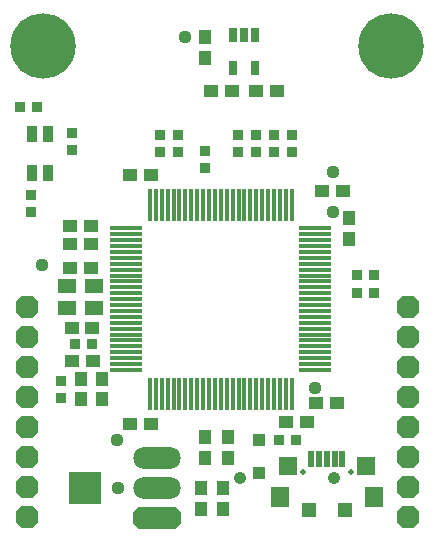
<source format=gts>
G04*
G04 #@! TF.GenerationSoftware,Altium Limited,Altium Designer,19.0.4 (130)*
G04*
G04 Layer_Color=8388736*
%FSLAX25Y25*%
%MOIN*%
G70*
G01*
G75*
%ADD35R,0.03950X0.03950*%
%ADD36R,0.03800X0.03800*%
%ADD37R,0.01800X0.10642*%
%ADD38R,0.10642X0.01800*%
%ADD39R,0.04300X0.04600*%
%ADD40R,0.04600X0.04300*%
%ADD41R,0.03800X0.03800*%
G04:AMPARAMS|DCode=42|XSize=158mil|YSize=73mil|CornerRadius=0mil|HoleSize=0mil|Usage=FLASHONLY|Rotation=180.000|XOffset=0mil|YOffset=0mil|HoleType=Round|Shape=Octagon|*
%AMOCTAGOND42*
4,1,8,-0.07900,0.01825,-0.07900,-0.01825,-0.06075,-0.03650,0.06075,-0.03650,0.07900,-0.01825,0.07900,0.01825,0.06075,0.03650,-0.06075,0.03650,-0.07900,0.01825,0.0*
%
%ADD42OCTAGOND42*%

%ADD43O,0.15800X0.07300*%
%ADD44R,0.10800X0.10800*%
%ADD45R,0.02572X0.04737*%
%ADD46R,0.05131X0.04737*%
%ADD47R,0.06115X0.06706*%
%ADD48R,0.06312X0.06312*%
%ADD49R,0.02375X0.05524*%
%ADD50R,0.03556X0.05524*%
%ADD51R,0.05918X0.04934*%
%ADD52C,0.04147*%
%ADD53C,0.21800*%
%ADD54P,0.08226X8X22.5*%
%ADD55C,0.01968*%
%ADD56C,0.04400*%
%ADD57C,0.02600*%
D35*
X244000Y175600D02*
D03*
X244000Y164400D02*
D03*
D36*
X217000Y277300D02*
D03*
X216994Y271650D02*
D03*
X211000Y277300D02*
D03*
X210994Y271650D02*
D03*
X178000Y195300D02*
D03*
X177994Y189650D02*
D03*
X168000Y257300D02*
D03*
X167994Y251650D02*
D03*
X181506Y277850D02*
D03*
X181500Y272200D02*
D03*
X225994Y266150D02*
D03*
X226000Y271800D02*
D03*
X255006Y277350D02*
D03*
X255000Y271700D02*
D03*
X249006Y277350D02*
D03*
X249000Y271700D02*
D03*
X243006Y277350D02*
D03*
X243000Y271700D02*
D03*
X237006Y277350D02*
D03*
X237000Y271700D02*
D03*
D37*
X207630Y253992D02*
D03*
X209598D02*
D03*
X211567D02*
D03*
X213535D02*
D03*
X215504D02*
D03*
X217473D02*
D03*
X219441D02*
D03*
X221410D02*
D03*
X223378D02*
D03*
X225346D02*
D03*
X227315D02*
D03*
X229283D02*
D03*
X231252D02*
D03*
X233221D02*
D03*
X235189D02*
D03*
X237158D02*
D03*
X239126D02*
D03*
X241094D02*
D03*
X243063D02*
D03*
X245031D02*
D03*
X247000D02*
D03*
X248969D02*
D03*
X250937D02*
D03*
X252906D02*
D03*
X254874D02*
D03*
Y191000D02*
D03*
X252906D02*
D03*
X250937D02*
D03*
X248969D02*
D03*
X247000D02*
D03*
X245031D02*
D03*
X243063D02*
D03*
X241094D02*
D03*
X239126D02*
D03*
X237158D02*
D03*
X235189D02*
D03*
X233221D02*
D03*
X231252Y191000D02*
D03*
X229283D02*
D03*
X227315Y191000D02*
D03*
X225346D02*
D03*
X223378D02*
D03*
X221410D02*
D03*
X219441D02*
D03*
X217473D02*
D03*
X215504D02*
D03*
X213535D02*
D03*
X211567D02*
D03*
X209598D02*
D03*
X207630D02*
D03*
D38*
X262748Y246118D02*
D03*
Y244150D02*
D03*
Y242181D02*
D03*
Y240213D02*
D03*
Y238244D02*
D03*
Y236276D02*
D03*
Y234307D02*
D03*
Y232339D02*
D03*
Y230370D02*
D03*
Y228402D02*
D03*
Y226433D02*
D03*
X262748Y224465D02*
D03*
Y222496D02*
D03*
X262748Y220528D02*
D03*
Y218559D02*
D03*
Y216591D02*
D03*
Y214622D02*
D03*
Y212653D02*
D03*
Y210685D02*
D03*
Y208717D02*
D03*
Y206748D02*
D03*
Y204780D02*
D03*
Y202811D02*
D03*
Y200842D02*
D03*
Y198874D02*
D03*
X199756D02*
D03*
Y200842D02*
D03*
Y202811D02*
D03*
Y204780D02*
D03*
Y206748D02*
D03*
Y208717D02*
D03*
Y210685D02*
D03*
Y212653D02*
D03*
Y214622D02*
D03*
Y216591D02*
D03*
Y218559D02*
D03*
Y220528D02*
D03*
Y222496D02*
D03*
Y224465D02*
D03*
Y226433D02*
D03*
Y228402D02*
D03*
Y230370D02*
D03*
Y232339D02*
D03*
Y234307D02*
D03*
Y236276D02*
D03*
Y238244D02*
D03*
Y240213D02*
D03*
Y242181D02*
D03*
Y244150D02*
D03*
Y246118D02*
D03*
D39*
X233500Y169500D02*
D03*
Y176400D02*
D03*
X226000Y169500D02*
D03*
Y176400D02*
D03*
Y309900D02*
D03*
Y303000D02*
D03*
X191500Y196000D02*
D03*
Y189100D02*
D03*
X184500Y196000D02*
D03*
Y189100D02*
D03*
X224500Y152600D02*
D03*
Y159500D02*
D03*
X232000Y152500D02*
D03*
Y159400D02*
D03*
X274000Y242600D02*
D03*
Y249500D02*
D03*
D40*
X188000Y247000D02*
D03*
X181100D02*
D03*
X265000Y258500D02*
D03*
X271900D02*
D03*
X250000Y292000D02*
D03*
X243100D02*
D03*
X181000Y241000D02*
D03*
X187900D02*
D03*
X253100Y181500D02*
D03*
X260000D02*
D03*
X181600Y202000D02*
D03*
X188500D02*
D03*
X188000Y233000D02*
D03*
X181100D02*
D03*
X208000Y264000D02*
D03*
X201100D02*
D03*
X201000Y181000D02*
D03*
X207900D02*
D03*
X270000Y188000D02*
D03*
X263100D02*
D03*
X188400Y213000D02*
D03*
X181500D02*
D03*
X235000Y292000D02*
D03*
X228100D02*
D03*
D41*
X276700Y224500D02*
D03*
X282350Y224494D02*
D03*
X164200Y286500D02*
D03*
X169850Y286494D02*
D03*
X250650Y175506D02*
D03*
X256300Y175500D02*
D03*
X282350Y230494D02*
D03*
X276700Y230500D02*
D03*
X188350Y207494D02*
D03*
X182700Y207500D02*
D03*
D42*
X210000Y149500D02*
D03*
D43*
Y169500D02*
D03*
Y159500D02*
D03*
D44*
X186000D02*
D03*
D45*
X235260Y299681D02*
D03*
X242740D02*
D03*
X239000Y310705D02*
D03*
X242740D02*
D03*
X235260D02*
D03*
D46*
X260695Y152171D02*
D03*
X272505D02*
D03*
D47*
X250852Y156659D02*
D03*
X282348D02*
D03*
D48*
X253608Y166738D02*
D03*
X279592D02*
D03*
D49*
X261482Y169100D02*
D03*
X264041D02*
D03*
X266600D02*
D03*
X269159D02*
D03*
X271718D02*
D03*
D50*
X168244Y277496D02*
D03*
Y264504D02*
D03*
X173756D02*
D03*
Y277496D02*
D03*
D51*
X179945Y226783D02*
D03*
X189000D02*
D03*
Y219500D02*
D03*
X179945D02*
D03*
D52*
X237504Y163000D02*
D03*
X269000D02*
D03*
D53*
X288000Y307000D02*
D03*
X172000D02*
D03*
D54*
X293500Y220000D02*
D03*
Y210000D02*
D03*
Y200000D02*
D03*
Y190000D02*
D03*
Y180000D02*
D03*
Y170000D02*
D03*
Y160000D02*
D03*
Y150000D02*
D03*
X166500Y220000D02*
D03*
Y210000D02*
D03*
Y200000D02*
D03*
Y190000D02*
D03*
Y180000D02*
D03*
Y170000D02*
D03*
Y160000D02*
D03*
Y150000D02*
D03*
D55*
X258700Y165000D02*
D03*
X274500D02*
D03*
D56*
X171500Y234000D02*
D03*
X219445Y310000D02*
D03*
X268500Y251500D02*
D03*
X262772Y193000D02*
D03*
X268500Y265000D02*
D03*
X197000Y159500D02*
D03*
X196500Y175500D02*
D03*
D57*
X293500Y301500D02*
D03*
Y312500D02*
D03*
X282500Y301500D02*
D03*
Y312500D02*
D03*
X288000Y299000D02*
D03*
X296000Y307000D02*
D03*
X280000D02*
D03*
X288000Y315000D02*
D03*
X177500Y301500D02*
D03*
X166500D02*
D03*
Y312500D02*
D03*
X177500D02*
D03*
X172000Y299000D02*
D03*
X164000Y307000D02*
D03*
X180000D02*
D03*
X172000Y315000D02*
D03*
M02*

</source>
